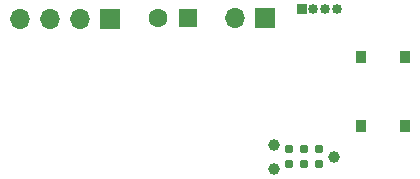
<source format=gbr>
%TF.GenerationSoftware,KiCad,Pcbnew,8.0.6*%
%TF.CreationDate,2024-11-27T12:45:58+01:00*%
%TF.ProjectId,Caffeinated-AFTONSPARV,43616666-6569-46e6-9174-65642d414654,rev?*%
%TF.SameCoordinates,Original*%
%TF.FileFunction,Soldermask,Top*%
%TF.FilePolarity,Negative*%
%FSLAX46Y46*%
G04 Gerber Fmt 4.6, Leading zero omitted, Abs format (unit mm)*
G04 Created by KiCad (PCBNEW 8.0.6) date 2024-11-27 12:45:58*
%MOMM*%
%LPD*%
G01*
G04 APERTURE LIST*
%ADD10R,0.850000X0.850000*%
%ADD11O,0.850000X0.850000*%
%ADD12C,0.990600*%
%ADD13C,0.787400*%
%ADD14R,0.900000X1.000000*%
%ADD15R,1.700000X1.700000*%
%ADD16O,1.700000X1.700000*%
%ADD17R,1.600000X1.600000*%
%ADD18C,1.600000*%
G04 APERTURE END LIST*
D10*
%TO.C,J4*%
X25600000Y15065000D03*
D11*
X26600000Y15065000D03*
X27600000Y15065000D03*
X28600000Y15065000D03*
%TD*%
D12*
%TO.C,J3*%
X28370000Y2565000D03*
X23290000Y1549000D03*
X23290000Y3581000D03*
D13*
X27100000Y3200000D03*
X27100000Y1930000D03*
X25830000Y3200000D03*
X25830000Y1930000D03*
X24560000Y3200000D03*
X24560000Y1930000D03*
%TD*%
D14*
%TO.C,SW1*%
X30650000Y5200000D03*
X30650000Y11000000D03*
X34350000Y5200000D03*
X34350000Y11000000D03*
%TD*%
D15*
%TO.C,J2*%
X9390000Y14275000D03*
D16*
X6850000Y14275000D03*
X4310000Y14275000D03*
X1770000Y14275000D03*
%TD*%
D15*
%TO.C,J1*%
X22550000Y14325000D03*
D16*
X20010000Y14325000D03*
%TD*%
D17*
%TO.C,C2*%
X15982380Y14300000D03*
D18*
X13482380Y14300000D03*
%TD*%
M02*

</source>
